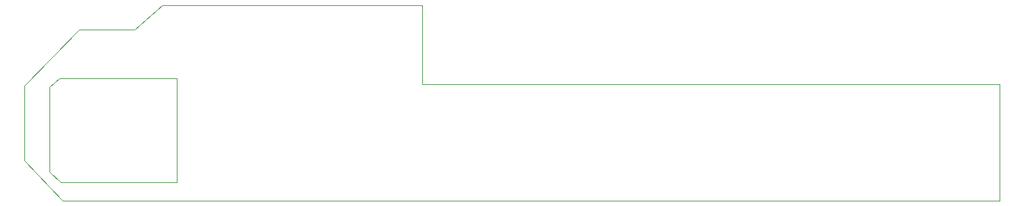
<source format=gbr>
%TF.GenerationSoftware,KiCad,Pcbnew,(5.1.6)-1*%
%TF.CreationDate,2021-04-28T13:43:36-05:00*%
%TF.ProjectId,Pikatea Macropad GB3,50696b61-7465-4612-904d-6163726f7061,rev?*%
%TF.SameCoordinates,Original*%
%TF.FileFunction,Profile,NP*%
%FSLAX46Y46*%
G04 Gerber Fmt 4.6, Leading zero omitted, Abs format (unit mm)*
G04 Created by KiCad (PCBNEW (5.1.6)-1) date 2021-04-28 13:43:36*
%MOMM*%
%LPD*%
G01*
G04 APERTURE LIST*
%TA.AperFunction,Profile*%
%ADD10C,0.050000*%
%TD*%
G04 APERTURE END LIST*
D10*
X92202000Y-99314000D02*
X93472000Y-98200000D01*
X140000000Y-88800000D02*
X140000000Y-99000000D01*
X140000000Y-99000000D02*
X214100000Y-99000000D01*
X103124000Y-92000000D02*
X106700000Y-88800000D01*
X96012000Y-92000000D02*
X103124000Y-92000000D01*
X89000000Y-99200000D02*
X96012000Y-92000000D01*
X89000000Y-108800000D02*
X93900000Y-114000000D01*
X93600000Y-111600000D02*
X108500000Y-111600000D01*
X92202000Y-110236000D02*
X93600000Y-111600000D01*
X92202000Y-99314000D02*
X92202000Y-110236000D01*
X108500000Y-98200000D02*
X93472000Y-98200000D01*
X108500000Y-111600000D02*
X108500000Y-98200000D01*
X140000000Y-88800000D02*
X106700000Y-88800000D01*
X89000000Y-99200000D02*
X89000000Y-108800000D01*
X214100000Y-114000000D02*
X214100000Y-99000000D01*
X214100000Y-114000000D02*
X93900000Y-114000000D01*
M02*

</source>
